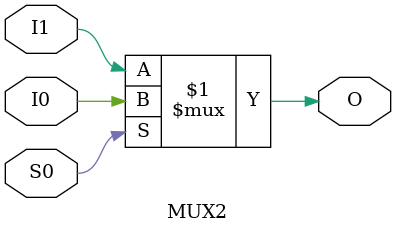
<source format=v>
`ifndef VPR_MUXES_LOGIC_MUX2
`define VPR_MUXES_LOGIC_MUX2

module MUX2(I0, I1, S0, O);
	input wire I0;
	input wire I1;
	input wire S0;
	output wire O;

	assign O = S0 ? I0 : I1;
endmodule

`endif

</source>
